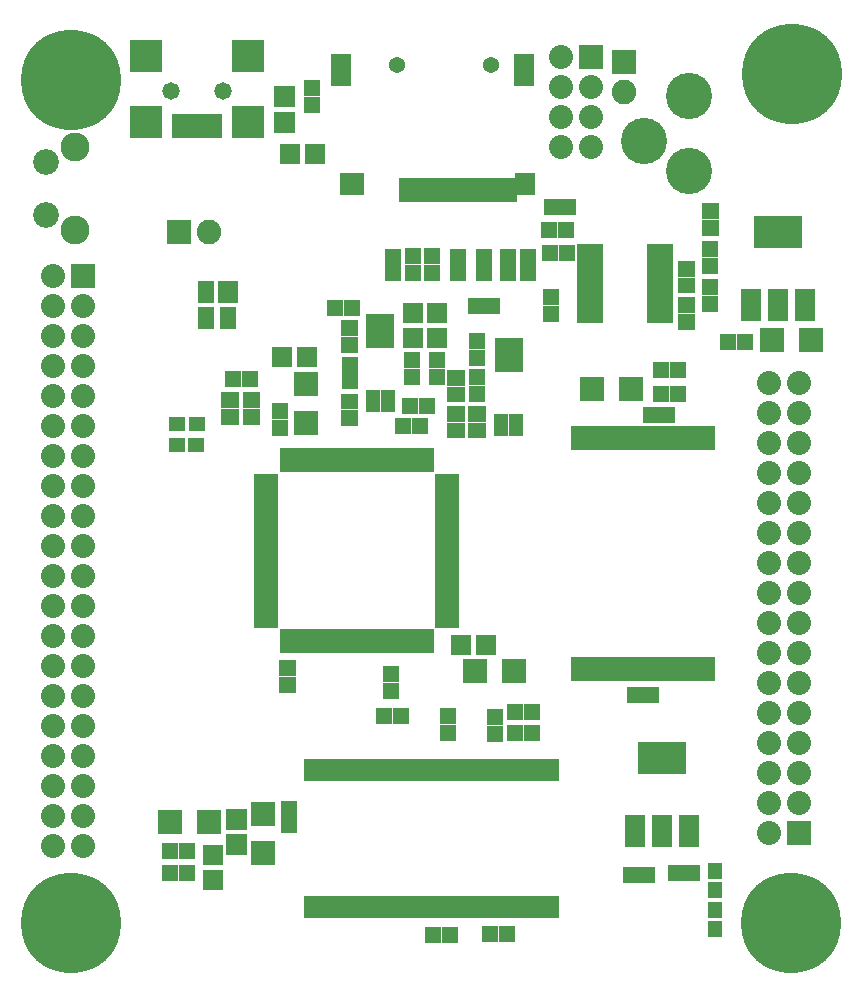
<source format=gts>
G04 (created by PCBNEW-RS274X (2011-03-30 BZR 2932)-stable) date 25/05/2011 08:23:30*
G01*
G70*
G90*
%MOIN*%
G04 Gerber Fmt 3.4, Leading zero omitted, Abs format*
%FSLAX34Y34*%
G04 APERTURE LIST*
%ADD10C,0.006000*%
%ADD11R,0.080000X0.080000*%
%ADD12C,0.080000*%
%ADD13R,0.082000X0.082000*%
%ADD14C,0.082000*%
%ADD15C,0.334000*%
%ADD16R,0.050000X0.054000*%
%ADD17R,0.054000X0.050000*%
%ADD18R,0.058000X0.052000*%
%ADD19R,0.052000X0.058000*%
%ADD20R,0.046000X0.082000*%
%ADD21R,0.082000X0.074000*%
%ADD22C,0.054000*%
%ADD23R,0.066000X0.106000*%
%ADD24R,0.066000X0.074000*%
%ADD25R,0.040000X0.082000*%
%ADD26C,0.058000*%
%ADD27R,0.106000X0.110000*%
%ADD28C,0.154000*%
%ADD29R,0.070000X0.070000*%
%ADD30C,0.086000*%
%ADD31C,0.096000*%
%ADD32R,0.026000X0.084000*%
%ADD33R,0.084000X0.026000*%
%ADD34R,0.038000X0.074000*%
%ADD35R,0.030000X0.080000*%
%ADD36R,0.090000X0.036000*%
%ADD37R,0.068000X0.108000*%
%ADD38R,0.162000X0.108000*%
%ADD39R,0.058000X0.076000*%
%ADD40R,0.066000X0.076000*%
%ADD41R,0.098000X0.118000*%
%ADD42R,0.046000X0.078000*%
G04 APERTURE END LIST*
G54D10*
G54D11*
X86760Y-70280D03*
G54D12*
X85760Y-70280D03*
X86760Y-65280D03*
X85760Y-69280D03*
X86760Y-64280D03*
X85760Y-68280D03*
X86760Y-63280D03*
X85760Y-67280D03*
X86760Y-62280D03*
X85760Y-66280D03*
X86760Y-61280D03*
X85760Y-65280D03*
X86760Y-60280D03*
X85760Y-64280D03*
X86760Y-59280D03*
X85760Y-63280D03*
X86760Y-58280D03*
X85760Y-62280D03*
X86760Y-57280D03*
X85760Y-61280D03*
X86760Y-56280D03*
X85760Y-60280D03*
X86760Y-55280D03*
X85760Y-59280D03*
X85760Y-58280D03*
X85760Y-57280D03*
X85760Y-55280D03*
X86760Y-69280D03*
X86760Y-68280D03*
X86760Y-67280D03*
X86760Y-66280D03*
X85760Y-56280D03*
G54D11*
X79830Y-44400D03*
G54D12*
X78830Y-44400D03*
X79830Y-45400D03*
X78830Y-45400D03*
X79830Y-46400D03*
X78830Y-46400D03*
X79830Y-47400D03*
X78830Y-47400D03*
G54D13*
X80930Y-44590D03*
G54D14*
X80930Y-45590D03*
G54D11*
X62902Y-51701D03*
G54D12*
X61902Y-51701D03*
X62902Y-56701D03*
X61902Y-52701D03*
X62902Y-57701D03*
X61902Y-53701D03*
X62902Y-58701D03*
X61902Y-54701D03*
X62902Y-59701D03*
X61902Y-55701D03*
X62902Y-60701D03*
X61902Y-56701D03*
X62902Y-61701D03*
X61902Y-57701D03*
X62902Y-62701D03*
X61902Y-58701D03*
X62902Y-63701D03*
X61902Y-59701D03*
X62902Y-64701D03*
X61902Y-60701D03*
X62902Y-65701D03*
X61902Y-61701D03*
X62902Y-66701D03*
X61902Y-62701D03*
X61902Y-63701D03*
X62902Y-67701D03*
X61902Y-64701D03*
X61902Y-66701D03*
X61902Y-67701D03*
X61902Y-68701D03*
X61902Y-69701D03*
X62902Y-68701D03*
X62902Y-69701D03*
X62902Y-52701D03*
X62902Y-53701D03*
X62902Y-54701D03*
X62902Y-55701D03*
X62902Y-70701D03*
X61902Y-70701D03*
X61902Y-65701D03*
G54D15*
X62479Y-73281D03*
X62489Y-45189D03*
X86531Y-44979D03*
X86491Y-73281D03*
G54D16*
X83950Y-72830D03*
X83950Y-73480D03*
G54D17*
X66020Y-57350D03*
X66670Y-57350D03*
G54D16*
X83970Y-71530D03*
X83970Y-72180D03*
G54D17*
X66680Y-56650D03*
X66030Y-56650D03*
G54D18*
X69464Y-56760D03*
X69464Y-56200D03*
G54D19*
X74360Y-56050D03*
X73800Y-56050D03*
G54D18*
X71780Y-55220D03*
X71780Y-54660D03*
G54D10*
G36*
X71490Y-53710D02*
X71490Y-53190D01*
X72070Y-53190D01*
X72070Y-53710D01*
X71490Y-53710D01*
X71490Y-53710D01*
G37*
G36*
X71490Y-54270D02*
X71490Y-53750D01*
X72070Y-53750D01*
X72070Y-54270D01*
X71490Y-54270D01*
X71490Y-54270D01*
G37*
G54D18*
X76020Y-54440D03*
X76020Y-53880D03*
G54D10*
G36*
X75740Y-56560D02*
X75740Y-56040D01*
X76320Y-56040D01*
X76320Y-56560D01*
X75740Y-56560D01*
X75740Y-56560D01*
G37*
G36*
X75740Y-57120D02*
X75740Y-56600D01*
X76320Y-56600D01*
X76320Y-57120D01*
X75740Y-57120D01*
X75740Y-57120D01*
G37*
G54D18*
X74700Y-55070D03*
X74700Y-54510D03*
X73870Y-55070D03*
X73870Y-54510D03*
G54D11*
X70320Y-56600D03*
X70320Y-55300D03*
G54D19*
X66360Y-71607D03*
X65800Y-71607D03*
G54D11*
X67080Y-69917D03*
X65780Y-69917D03*
G54D19*
X66360Y-70887D03*
X65800Y-70887D03*
G54D10*
G36*
X69420Y-65040D02*
X69420Y-64520D01*
X70000Y-64520D01*
X70000Y-65040D01*
X69420Y-65040D01*
X69420Y-65040D01*
G37*
G36*
X69420Y-65600D02*
X69420Y-65080D01*
X70000Y-65080D01*
X70000Y-65600D01*
X69420Y-65600D01*
X69420Y-65600D01*
G37*
G54D11*
X68900Y-70937D03*
X68900Y-69637D03*
X77250Y-64860D03*
X75950Y-64860D03*
G54D19*
X67890Y-55150D03*
X68450Y-55150D03*
G54D18*
X73170Y-65540D03*
X73170Y-64980D03*
G54D10*
G36*
X75030Y-55360D02*
X75030Y-54840D01*
X75610Y-54840D01*
X75610Y-55360D01*
X75030Y-55360D01*
X75030Y-55360D01*
G37*
G36*
X75030Y-55920D02*
X75030Y-55400D01*
X75610Y-55400D01*
X75610Y-55920D01*
X75030Y-55920D01*
X75030Y-55920D01*
G37*
G54D19*
X77030Y-73650D03*
X76470Y-73650D03*
X75130Y-73660D03*
X74570Y-73660D03*
G54D18*
X69750Y-70020D03*
X69750Y-69460D03*
X75070Y-66930D03*
X75070Y-66370D03*
X76610Y-66980D03*
X76610Y-66420D03*
G54D19*
X77850Y-66250D03*
X77290Y-66250D03*
X77850Y-66950D03*
X77290Y-66950D03*
G54D11*
X81170Y-55470D03*
X79870Y-55470D03*
G54D19*
X81840Y-65690D03*
X81280Y-65690D03*
X82170Y-55640D03*
X82730Y-55640D03*
X75980Y-52710D03*
X76540Y-52710D03*
X82720Y-54850D03*
X82160Y-54850D03*
G54D18*
X83780Y-52630D03*
X83780Y-52070D03*
G54D10*
G36*
X82720Y-52940D02*
X82720Y-52420D01*
X83300Y-52420D01*
X83300Y-52940D01*
X82720Y-52940D01*
X82720Y-52940D01*
G37*
G36*
X82720Y-53500D02*
X82720Y-52980D01*
X83300Y-52980D01*
X83300Y-53500D01*
X82720Y-53500D01*
X82720Y-53500D01*
G37*
G54D18*
X83780Y-51360D03*
X83780Y-50800D03*
G54D10*
G36*
X82720Y-51730D02*
X82720Y-51210D01*
X83300Y-51210D01*
X83300Y-51730D01*
X82720Y-51730D01*
X82720Y-51730D01*
G37*
G36*
X82720Y-52290D02*
X82720Y-51770D01*
X83300Y-51770D01*
X83300Y-52290D01*
X82720Y-52290D01*
X82720Y-52290D01*
G37*
G54D19*
X81705Y-71665D03*
X81145Y-71665D03*
X84950Y-53900D03*
X84390Y-53900D03*
X82642Y-71622D03*
X83202Y-71622D03*
G54D18*
X70520Y-46010D03*
X70520Y-45450D03*
G54D11*
X87170Y-53850D03*
X85870Y-53850D03*
G54D19*
X78450Y-50940D03*
X79010Y-50940D03*
G54D20*
X73670Y-48830D03*
X74100Y-48830D03*
X74530Y-48830D03*
X74970Y-48830D03*
X75400Y-48830D03*
X75830Y-48830D03*
X76270Y-48830D03*
X76700Y-48830D03*
X77130Y-48830D03*
G54D21*
X71860Y-48630D03*
G54D22*
X76500Y-44690D03*
X73350Y-44690D03*
G54D23*
X71500Y-44850D03*
X77600Y-44850D03*
G54D24*
X77610Y-48630D03*
G54D25*
X67310Y-46700D03*
X67000Y-46700D03*
X66680Y-46700D03*
X66370Y-46700D03*
X66050Y-46700D03*
G54D26*
X67550Y-45530D03*
X65820Y-45530D03*
G54D27*
X68380Y-46560D03*
X64990Y-44390D03*
X68380Y-44390D03*
X64990Y-46560D03*
G54D13*
X66100Y-50250D03*
G54D14*
X67100Y-50250D03*
G54D28*
X83080Y-45720D03*
X83080Y-48220D03*
X81580Y-47220D03*
G54D29*
X74690Y-53780D03*
X74690Y-52940D03*
X73880Y-53780D03*
X73880Y-52940D03*
X70360Y-54400D03*
X69520Y-54400D03*
X67220Y-71837D03*
X67220Y-70997D03*
G54D10*
G36*
X67670Y-70177D02*
X67670Y-69477D01*
X68370Y-69477D01*
X68370Y-70177D01*
X67670Y-70177D01*
X67670Y-70177D01*
G37*
G36*
X67670Y-71017D02*
X67670Y-70317D01*
X68370Y-70317D01*
X68370Y-71017D01*
X67670Y-71017D01*
X67670Y-71017D01*
G37*
G54D29*
X75490Y-64010D03*
X76330Y-64010D03*
X69800Y-47650D03*
X70640Y-47650D03*
G54D10*
G36*
X69260Y-46090D02*
X69260Y-45390D01*
X69960Y-45390D01*
X69960Y-46090D01*
X69260Y-46090D01*
X69260Y-46090D01*
G37*
G36*
X69260Y-46930D02*
X69260Y-46230D01*
X69960Y-46230D01*
X69960Y-46930D01*
X69260Y-46930D01*
X69260Y-46930D01*
G37*
G54D30*
X61654Y-47913D03*
X61654Y-49683D03*
G54D31*
X62634Y-47413D03*
X62634Y-50173D03*
G54D10*
G36*
X71490Y-56150D02*
X71490Y-55630D01*
X72070Y-55630D01*
X72070Y-56150D01*
X71490Y-56150D01*
X71490Y-56150D01*
G37*
G36*
X71490Y-56710D02*
X71490Y-56190D01*
X72070Y-56190D01*
X72070Y-56710D01*
X71490Y-56710D01*
X71490Y-56710D01*
G37*
G54D19*
X73570Y-56720D03*
X74130Y-56720D03*
X71850Y-52770D03*
X71290Y-52770D03*
G54D10*
G36*
X75030Y-56560D02*
X75030Y-56040D01*
X75610Y-56040D01*
X75610Y-56560D01*
X75030Y-56560D01*
X75030Y-56560D01*
G37*
G36*
X75030Y-57120D02*
X75030Y-56600D01*
X75610Y-56600D01*
X75610Y-57120D01*
X75030Y-57120D01*
X75030Y-57120D01*
G37*
G54D18*
X76020Y-55650D03*
X76020Y-55090D03*
G54D10*
G36*
X68220Y-56100D02*
X68220Y-55580D01*
X68800Y-55580D01*
X68800Y-56100D01*
X68220Y-56100D01*
X68220Y-56100D01*
G37*
G36*
X68220Y-56660D02*
X68220Y-56140D01*
X68800Y-56140D01*
X68800Y-56660D01*
X68220Y-56660D01*
X68220Y-56660D01*
G37*
G36*
X67500Y-56110D02*
X67500Y-55590D01*
X68080Y-55590D01*
X68080Y-56110D01*
X67500Y-56110D01*
X67500Y-56110D01*
G37*
G36*
X67500Y-56670D02*
X67500Y-56150D01*
X68080Y-56150D01*
X68080Y-56670D01*
X67500Y-56670D01*
X67500Y-56670D01*
G37*
G54D19*
X81810Y-56350D03*
X82370Y-56350D03*
X72940Y-66380D03*
X73500Y-66380D03*
G54D18*
X76260Y-51620D03*
X76260Y-51060D03*
X74540Y-51610D03*
X74540Y-51050D03*
X75400Y-51620D03*
X75400Y-51060D03*
X77710Y-51620D03*
X77710Y-51060D03*
X77060Y-51620D03*
X77060Y-51060D03*
X73890Y-51610D03*
X73890Y-51050D03*
X73240Y-51620D03*
X73240Y-51060D03*
G54D10*
G36*
X83510Y-49800D02*
X83510Y-49280D01*
X84090Y-49280D01*
X84090Y-49800D01*
X83510Y-49800D01*
X83510Y-49800D01*
G37*
G36*
X83510Y-50360D02*
X83510Y-49840D01*
X84090Y-49840D01*
X84090Y-50360D01*
X83510Y-50360D01*
X83510Y-50360D01*
G37*
G54D18*
X78490Y-52980D03*
X78490Y-52420D03*
G54D19*
X78510Y-49400D03*
X79070Y-49400D03*
X78990Y-50190D03*
X78430Y-50190D03*
G54D32*
X69580Y-63890D03*
X69730Y-63890D03*
X69890Y-63890D03*
X70050Y-63890D03*
X70210Y-63890D03*
X70360Y-63890D03*
X70520Y-63890D03*
X70680Y-63890D03*
X70840Y-63890D03*
X70990Y-63890D03*
X71150Y-63890D03*
X71310Y-63890D03*
X71470Y-63890D03*
X71620Y-63890D03*
X71780Y-63890D03*
X71940Y-63890D03*
X72090Y-63890D03*
X72250Y-63890D03*
X72410Y-63890D03*
X72570Y-63890D03*
X72720Y-63890D03*
X72880Y-63890D03*
X73040Y-63890D03*
X73200Y-63890D03*
X73350Y-63890D03*
X73510Y-63890D03*
X73670Y-63890D03*
X73830Y-63890D03*
X73980Y-63890D03*
X74140Y-63890D03*
X74300Y-63890D03*
X74460Y-63890D03*
G54D33*
X75040Y-63310D03*
X75040Y-63160D03*
X75040Y-63000D03*
X75040Y-62840D03*
X75040Y-62680D03*
X75040Y-62530D03*
X75040Y-62370D03*
X75040Y-62210D03*
X75040Y-62050D03*
X75040Y-61900D03*
X75040Y-61740D03*
X75040Y-61580D03*
X75040Y-61420D03*
X75040Y-61270D03*
X75040Y-61110D03*
X75040Y-60950D03*
X75040Y-60800D03*
X75040Y-60640D03*
X75040Y-60480D03*
X75040Y-60320D03*
X75040Y-60170D03*
X75040Y-60010D03*
X75040Y-59850D03*
X75040Y-59690D03*
X75040Y-59540D03*
X75040Y-59380D03*
X75040Y-59220D03*
X75040Y-59060D03*
X75040Y-58910D03*
X75040Y-58750D03*
X75040Y-58590D03*
X75040Y-58430D03*
G54D32*
X74460Y-57840D03*
X74300Y-57840D03*
X74140Y-57840D03*
X73980Y-57840D03*
X73830Y-57840D03*
X73670Y-57840D03*
X73510Y-57840D03*
X73350Y-57840D03*
X73200Y-57840D03*
X73040Y-57840D03*
X72880Y-57840D03*
X72720Y-57840D03*
X72570Y-57840D03*
X72410Y-57840D03*
X72250Y-57840D03*
X72090Y-57840D03*
X71940Y-57840D03*
X71780Y-57840D03*
X71620Y-57840D03*
X71470Y-57840D03*
X71310Y-57840D03*
X71150Y-57840D03*
X70990Y-57850D03*
X70840Y-57840D03*
X70680Y-57840D03*
X70520Y-57840D03*
X70360Y-57840D03*
X70210Y-57840D03*
X70050Y-57840D03*
X69890Y-57840D03*
X69730Y-57840D03*
X69580Y-57840D03*
G54D33*
X69000Y-58430D03*
X69000Y-58590D03*
X69000Y-58750D03*
X69000Y-58910D03*
X69000Y-59060D03*
X69000Y-59220D03*
X69000Y-59380D03*
X69000Y-59540D03*
X69000Y-59690D03*
X69000Y-59850D03*
X69000Y-60010D03*
X69000Y-60170D03*
X69000Y-60320D03*
X69000Y-60480D03*
X69000Y-60640D03*
X69000Y-60800D03*
X69000Y-60950D03*
X69000Y-61110D03*
X69000Y-61270D03*
X69000Y-61420D03*
X69000Y-61580D03*
X69000Y-61740D03*
X69000Y-61900D03*
X69000Y-62050D03*
X69000Y-62210D03*
X69000Y-62370D03*
X69000Y-62530D03*
X69000Y-62680D03*
X69000Y-62840D03*
X69000Y-63000D03*
X69000Y-63160D03*
X69000Y-63310D03*
G54D34*
X78600Y-68180D03*
X78290Y-68180D03*
X77970Y-68180D03*
X77660Y-68180D03*
X77340Y-68180D03*
X77030Y-68180D03*
X76710Y-68180D03*
X76400Y-68180D03*
X76080Y-68180D03*
X75770Y-68180D03*
X75450Y-68180D03*
X75140Y-68180D03*
X74820Y-68180D03*
X74510Y-68180D03*
X74190Y-68180D03*
X73880Y-68180D03*
X73560Y-68180D03*
X73250Y-68180D03*
X72930Y-68180D03*
X72620Y-68180D03*
X72300Y-68180D03*
X71990Y-68180D03*
X71990Y-72740D03*
X72300Y-72740D03*
X72620Y-72740D03*
X72930Y-72740D03*
X73250Y-72740D03*
X73560Y-72740D03*
X73880Y-72740D03*
X74190Y-72740D03*
X74510Y-72740D03*
X74820Y-72740D03*
X75140Y-72740D03*
X75450Y-72740D03*
X75770Y-72740D03*
X76080Y-72740D03*
X76400Y-72740D03*
X76710Y-72740D03*
X77030Y-72740D03*
X77340Y-72740D03*
X77660Y-72740D03*
X77970Y-72740D03*
X78290Y-72740D03*
X78600Y-72740D03*
X71680Y-68170D03*
X71360Y-68170D03*
X71050Y-68170D03*
X70730Y-68170D03*
X70420Y-68170D03*
X70420Y-72740D03*
X70730Y-72740D03*
X71050Y-72740D03*
X71360Y-72740D03*
X71680Y-72740D03*
G54D35*
X83830Y-57100D03*
X83630Y-57100D03*
X83430Y-57100D03*
X83240Y-57100D03*
X83040Y-57100D03*
X82840Y-57100D03*
X82650Y-57100D03*
X82450Y-57100D03*
X82250Y-57100D03*
X82060Y-57100D03*
X81860Y-57100D03*
X81660Y-57100D03*
X81460Y-57100D03*
X81270Y-57100D03*
X81070Y-57100D03*
X80870Y-57100D03*
X80680Y-57100D03*
X80480Y-57100D03*
X80280Y-57100D03*
X80090Y-57100D03*
X79890Y-57100D03*
X79690Y-57100D03*
X79500Y-57100D03*
X79300Y-57100D03*
X79300Y-64800D03*
X79500Y-64800D03*
X79690Y-64800D03*
X79890Y-64800D03*
X80090Y-64800D03*
X80280Y-64800D03*
X80480Y-64800D03*
X80680Y-64800D03*
X80870Y-64800D03*
X81070Y-64800D03*
X81270Y-64800D03*
X81460Y-64800D03*
X81660Y-64800D03*
X81860Y-64800D03*
X82060Y-64800D03*
X82250Y-64800D03*
X82450Y-64800D03*
X82650Y-64800D03*
X82840Y-64800D03*
X83040Y-64800D03*
X83240Y-64800D03*
X83430Y-64800D03*
X83630Y-64800D03*
X83830Y-64800D03*
G54D36*
X82140Y-53120D03*
X82140Y-52860D03*
X82140Y-52600D03*
X82140Y-52350D03*
X82140Y-52090D03*
X82140Y-51840D03*
X82140Y-51580D03*
X82140Y-51330D03*
X82140Y-51070D03*
X82140Y-50810D03*
X79800Y-50810D03*
X79800Y-51070D03*
X79800Y-51330D03*
X79800Y-51580D03*
X79800Y-51840D03*
X79800Y-52090D03*
X79800Y-52350D03*
X79800Y-52600D03*
X79800Y-52860D03*
X79800Y-53120D03*
G54D37*
X81289Y-70224D03*
X82189Y-70224D03*
X83089Y-70224D03*
G54D38*
X82189Y-67784D03*
G54D37*
X85170Y-52690D03*
X86070Y-52690D03*
X86970Y-52690D03*
G54D38*
X86070Y-50250D03*
G54D39*
X67000Y-52240D03*
X67000Y-53100D03*
X67740Y-53100D03*
G54D40*
X67740Y-52240D03*
G54D41*
X72805Y-53555D03*
G54D42*
X72555Y-55875D03*
X73065Y-55875D03*
G54D41*
X77080Y-54355D03*
G54D42*
X76830Y-56675D03*
X77340Y-56675D03*
M02*

</source>
